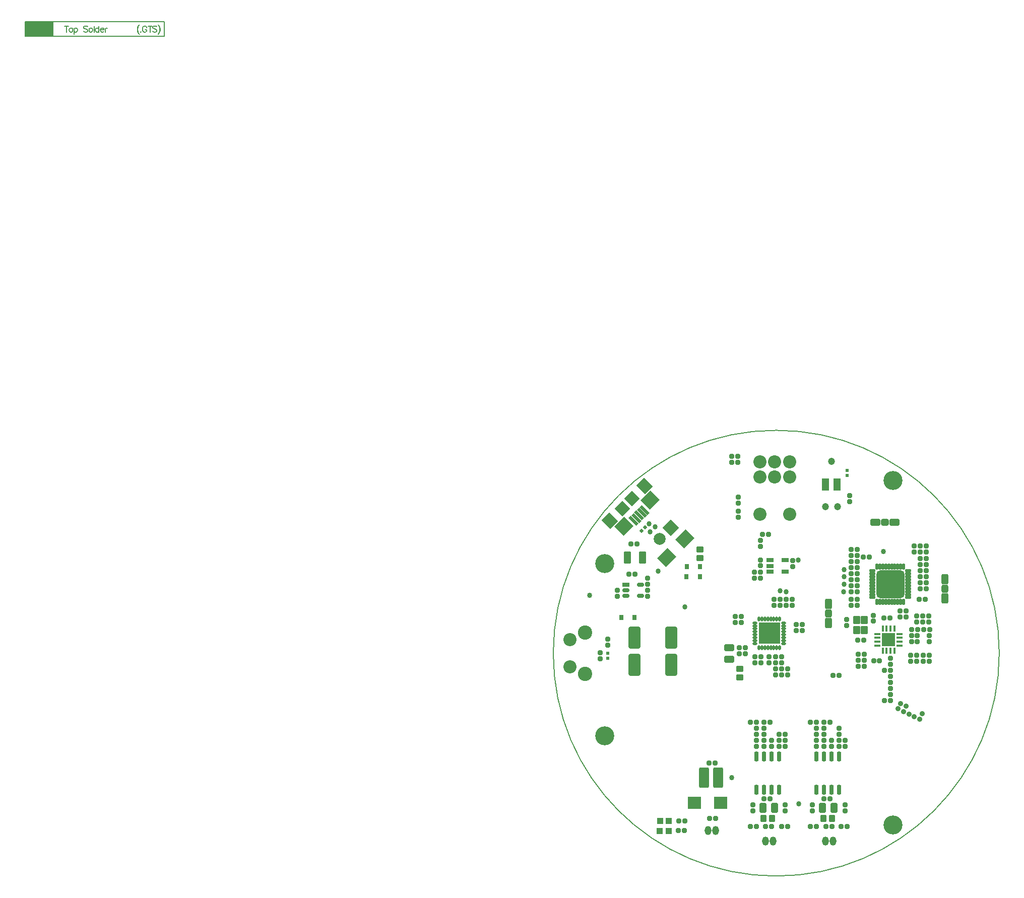
<source format=gts>
G04*
G04 #@! TF.GenerationSoftware,Altium Limited,Altium Designer,20.0.2 (26)*
G04*
G04 Layer_Color=24703*
%FSLAX25Y25*%
%MOIN*%
G70*
G01*
G75*
%ADD10C,0.00787*%
%ADD14C,0.00500*%
%ADD18R,0.19000X0.09500*%
%ADD44R,0.01378X0.04134*%
%ADD45R,0.04134X0.01378*%
G04:AMPARAMS|DCode=62|XSize=31.62mil|YSize=17.84mil|CornerRadius=5.23mil|HoleSize=0mil|Usage=FLASHONLY|Rotation=180.000|XOffset=0mil|YOffset=0mil|HoleType=Round|Shape=RoundedRectangle|*
%AMROUNDEDRECTD62*
21,1,0.03162,0.00738,0,0,180.0*
21,1,0.02116,0.01784,0,0,180.0*
1,1,0.01046,-0.01058,0.00369*
1,1,0.01046,0.01058,0.00369*
1,1,0.01046,0.01058,-0.00369*
1,1,0.01046,-0.01058,-0.00369*
%
%ADD62ROUNDEDRECTD62*%
G04:AMPARAMS|DCode=63|XSize=31.62mil|YSize=17.84mil|CornerRadius=5.23mil|HoleSize=0mil|Usage=FLASHONLY|Rotation=270.000|XOffset=0mil|YOffset=0mil|HoleType=Round|Shape=RoundedRectangle|*
%AMROUNDEDRECTD63*
21,1,0.03162,0.00738,0,0,270.0*
21,1,0.02116,0.01784,0,0,270.0*
1,1,0.01046,-0.00369,-0.01058*
1,1,0.01046,-0.00369,0.01058*
1,1,0.01046,0.00369,0.01058*
1,1,0.01046,0.00369,-0.01058*
%
%ADD63ROUNDEDRECTD63*%
G04:AMPARAMS|DCode=64|XSize=185.17mil|YSize=185.17mil|CornerRadius=26.15mil|HoleSize=0mil|Usage=FLASHONLY|Rotation=180.000|XOffset=0mil|YOffset=0mil|HoleType=Round|Shape=RoundedRectangle|*
%AMROUNDEDRECTD64*
21,1,0.18517,0.13287,0,0,180.0*
21,1,0.13287,0.18517,0,0,180.0*
1,1,0.05229,-0.06644,0.06644*
1,1,0.05229,0.06644,0.06644*
1,1,0.05229,0.06644,-0.06644*
1,1,0.05229,-0.06644,-0.06644*
%
%ADD64ROUNDEDRECTD64*%
G04:AMPARAMS|DCode=65|XSize=19.02mil|YSize=41.47mil|CornerRadius=5.38mil|HoleSize=0mil|Usage=FLASHONLY|Rotation=270.000|XOffset=0mil|YOffset=0mil|HoleType=Round|Shape=RoundedRectangle|*
%AMROUNDEDRECTD65*
21,1,0.01902,0.03071,0,0,270.0*
21,1,0.00827,0.04147,0,0,270.0*
1,1,0.01076,-0.01535,-0.00413*
1,1,0.01076,-0.01535,0.00413*
1,1,0.01076,0.01535,0.00413*
1,1,0.01076,0.01535,-0.00413*
%
%ADD65ROUNDEDRECTD65*%
G04:AMPARAMS|DCode=66|XSize=19.02mil|YSize=41.47mil|CornerRadius=5.38mil|HoleSize=0mil|Usage=FLASHONLY|Rotation=180.000|XOffset=0mil|YOffset=0mil|HoleType=Round|Shape=RoundedRectangle|*
%AMROUNDEDRECTD66*
21,1,0.01902,0.03071,0,0,180.0*
21,1,0.00827,0.04147,0,0,180.0*
1,1,0.01076,-0.00413,0.01535*
1,1,0.01076,0.00413,0.01535*
1,1,0.01076,0.00413,-0.01535*
1,1,0.01076,-0.00413,-0.01535*
%
%ADD66ROUNDEDRECTD66*%
G04:AMPARAMS|DCode=67|XSize=19.75mil|YSize=72.9mil|CornerRadius=0mil|HoleSize=0mil|Usage=FLASHONLY|Rotation=45.000|XOffset=0mil|YOffset=0mil|HoleType=Round|Shape=Rectangle|*
%AMROTATEDRECTD67*
4,1,4,0.01879,-0.03276,-0.03276,0.01879,-0.01879,0.03276,0.03276,-0.01879,0.01879,-0.03276,0.0*
%
%ADD67ROTATEDRECTD67*%

%ADD68P,0.10040X4X90.0*%
G04:AMPARAMS|DCode=69|XSize=70.99mil|YSize=82.8mil|CornerRadius=0mil|HoleSize=0mil|Usage=FLASHONLY|Rotation=45.000|XOffset=0mil|YOffset=0mil|HoleType=Round|Shape=Rectangle|*
%AMROTATEDRECTD69*
4,1,4,0.00418,-0.05438,-0.05438,0.00418,-0.00418,0.05438,0.05438,-0.00418,0.00418,-0.05438,0.0*
%
%ADD69ROTATEDRECTD69*%

G04:AMPARAMS|DCode=70|XSize=90.68mil|YSize=86.74mil|CornerRadius=0mil|HoleSize=0mil|Usage=FLASHONLY|Rotation=45.000|XOffset=0mil|YOffset=0mil|HoleType=Round|Shape=Rectangle|*
%AMROTATEDRECTD70*
4,1,4,-0.00139,-0.06273,-0.06273,-0.00139,0.00139,0.06273,0.06273,0.00139,-0.00139,-0.06273,0.0*
%
%ADD70ROTATEDRECTD70*%

G04:AMPARAMS|DCode=71|XSize=31.62mil|YSize=31.62mil|CornerRadius=6.95mil|HoleSize=0mil|Usage=FLASHONLY|Rotation=270.000|XOffset=0mil|YOffset=0mil|HoleType=Round|Shape=RoundedRectangle|*
%AMROUNDEDRECTD71*
21,1,0.03162,0.01772,0,0,270.0*
21,1,0.01772,0.03162,0,0,270.0*
1,1,0.01391,-0.00886,-0.00886*
1,1,0.01391,-0.00886,0.00886*
1,1,0.01391,0.00886,0.00886*
1,1,0.01391,0.00886,-0.00886*
%
%ADD71ROUNDEDRECTD71*%
%ADD72C,0.03400*%
%ADD73R,0.04737X0.03162*%
%ADD74R,0.04737X0.02572*%
%ADD75O,0.04737X0.02769*%
%ADD76O,0.04737X0.02769*%
%ADD77R,0.04737X0.02769*%
G04:AMPARAMS|DCode=78|XSize=64.57mil|YSize=29.13mil|CornerRadius=8.66mil|HoleSize=0mil|Usage=FLASHONLY|Rotation=270.000|XOffset=0mil|YOffset=0mil|HoleType=Round|Shape=RoundedRectangle|*
%AMROUNDEDRECTD78*
21,1,0.06457,0.01181,0,0,270.0*
21,1,0.04724,0.02913,0,0,270.0*
1,1,0.01732,-0.00591,-0.02362*
1,1,0.01732,-0.00591,0.02362*
1,1,0.01732,0.00591,0.02362*
1,1,0.01732,0.00591,-0.02362*
%
%ADD78ROUNDEDRECTD78*%
%ADD79R,0.02060X0.02217*%
%ADD80R,0.03032X0.03819*%
G04:AMPARAMS|DCode=81|XSize=51.31mil|YSize=43.43mil|CornerRadius=8.43mil|HoleSize=0mil|Usage=FLASHONLY|Rotation=90.000|XOffset=0mil|YOffset=0mil|HoleType=Round|Shape=RoundedRectangle|*
%AMROUNDEDRECTD81*
21,1,0.05131,0.02657,0,0,90.0*
21,1,0.03445,0.04343,0,0,90.0*
1,1,0.01686,0.01329,0.01722*
1,1,0.01686,0.01329,-0.01722*
1,1,0.01686,-0.01329,-0.01722*
1,1,0.01686,-0.01329,0.01722*
%
%ADD81ROUNDEDRECTD81*%
G04:AMPARAMS|DCode=82|XSize=67.06mil|YSize=43.43mil|CornerRadius=8.43mil|HoleSize=0mil|Usage=FLASHONLY|Rotation=90.000|XOffset=0mil|YOffset=0mil|HoleType=Round|Shape=RoundedRectangle|*
%AMROUNDEDRECTD82*
21,1,0.06706,0.02657,0,0,90.0*
21,1,0.05020,0.04343,0,0,90.0*
1,1,0.01686,0.01329,0.02510*
1,1,0.01686,0.01329,-0.02510*
1,1,0.01686,-0.01329,-0.02510*
1,1,0.01686,-0.01329,0.02510*
%
%ADD82ROUNDEDRECTD82*%
G04:AMPARAMS|DCode=83|XSize=78.87mil|YSize=145.8mil|CornerRadius=12.86mil|HoleSize=0mil|Usage=FLASHONLY|Rotation=180.000|XOffset=0mil|YOffset=0mil|HoleType=Round|Shape=RoundedRectangle|*
%AMROUNDEDRECTD83*
21,1,0.07887,0.12008,0,0,180.0*
21,1,0.05315,0.14580,0,0,180.0*
1,1,0.02572,-0.02657,0.06004*
1,1,0.02572,0.02657,0.06004*
1,1,0.02572,0.02657,-0.06004*
1,1,0.02572,-0.02657,-0.06004*
%
%ADD83ROUNDEDRECTD83*%
G04:AMPARAMS|DCode=84|XSize=31.62mil|YSize=31.62mil|CornerRadius=6.95mil|HoleSize=0mil|Usage=FLASHONLY|Rotation=0.000|XOffset=0mil|YOffset=0mil|HoleType=Round|Shape=RoundedRectangle|*
%AMROUNDEDRECTD84*
21,1,0.03162,0.01772,0,0,0.0*
21,1,0.01772,0.03162,0,0,0.0*
1,1,0.01391,0.00886,-0.00886*
1,1,0.01391,-0.00886,-0.00886*
1,1,0.01391,-0.00886,0.00886*
1,1,0.01391,0.00886,0.00886*
%
%ADD84ROUNDEDRECTD84*%
%ADD85R,0.08898X0.08898*%
%ADD86R,0.03950X0.03950*%
G04:AMPARAMS|DCode=87|XSize=39.5mil|YSize=47.37mil|CornerRadius=7.94mil|HoleSize=0mil|Usage=FLASHONLY|Rotation=180.000|XOffset=0mil|YOffset=0mil|HoleType=Round|Shape=RoundedRectangle|*
%AMROUNDEDRECTD87*
21,1,0.03950,0.03150,0,0,180.0*
21,1,0.02362,0.04737,0,0,180.0*
1,1,0.01587,-0.01181,0.01575*
1,1,0.01587,0.01181,0.01575*
1,1,0.01587,0.01181,-0.01575*
1,1,0.01587,-0.01181,-0.01575*
%
%ADD87ROUNDEDRECTD87*%
G04:AMPARAMS|DCode=88|XSize=55.24mil|YSize=47.37mil|CornerRadius=8.92mil|HoleSize=0mil|Usage=FLASHONLY|Rotation=270.000|XOffset=0mil|YOffset=0mil|HoleType=Round|Shape=RoundedRectangle|*
%AMROUNDEDRECTD88*
21,1,0.05524,0.02953,0,0,270.0*
21,1,0.03740,0.04737,0,0,270.0*
1,1,0.01784,-0.01476,-0.01870*
1,1,0.01784,-0.01476,0.01870*
1,1,0.01784,0.01476,0.01870*
1,1,0.01784,0.01476,-0.01870*
%
%ADD88ROUNDEDRECTD88*%
%ADD89R,0.09068X0.07887*%
%ADD90R,0.09068X0.07887*%
G04:AMPARAMS|DCode=91|XSize=94.61mil|YSize=82.8mil|CornerRadius=0mil|HoleSize=0mil|Usage=FLASHONLY|Rotation=225.000|XOffset=0mil|YOffset=0mil|HoleType=Round|Shape=Rectangle|*
%AMROTATEDRECTD91*
4,1,4,0.00418,0.06273,0.06273,0.00418,-0.00418,-0.06273,-0.06273,-0.00418,0.00418,0.06273,0.0*
%
%ADD91ROTATEDRECTD91*%

G04:AMPARAMS|DCode=92|XSize=67.06mil|YSize=135.95mil|CornerRadius=11.38mil|HoleSize=0mil|Usage=FLASHONLY|Rotation=180.000|XOffset=0mil|YOffset=0mil|HoleType=Round|Shape=RoundedRectangle|*
%AMROUNDEDRECTD92*
21,1,0.06706,0.11319,0,0,180.0*
21,1,0.04429,0.13595,0,0,180.0*
1,1,0.02276,-0.02215,0.05659*
1,1,0.02276,0.02215,0.05659*
1,1,0.02276,0.02215,-0.05659*
1,1,0.02276,-0.02215,-0.05659*
%
%ADD92ROUNDEDRECTD92*%
G04:AMPARAMS|DCode=93|XSize=49.34mil|YSize=78.87mil|CornerRadius=9.17mil|HoleSize=0mil|Usage=FLASHONLY|Rotation=180.000|XOffset=0mil|YOffset=0mil|HoleType=Round|Shape=RoundedRectangle|*
%AMROUNDEDRECTD93*
21,1,0.04934,0.06053,0,0,180.0*
21,1,0.03100,0.07887,0,0,180.0*
1,1,0.01834,-0.01550,0.03027*
1,1,0.01834,0.01550,0.03027*
1,1,0.01834,0.01550,-0.03027*
1,1,0.01834,-0.01550,-0.03027*
%
%ADD93ROUNDEDRECTD93*%
G04:AMPARAMS|DCode=94|XSize=45.4mil|YSize=65.09mil|CornerRadius=8.68mil|HoleSize=0mil|Usage=FLASHONLY|Rotation=90.000|XOffset=0mil|YOffset=0mil|HoleType=Round|Shape=RoundedRectangle|*
%AMROUNDEDRECTD94*
21,1,0.04540,0.04774,0,0,90.0*
21,1,0.02805,0.06509,0,0,90.0*
1,1,0.01735,0.02387,0.01403*
1,1,0.01735,0.02387,-0.01403*
1,1,0.01735,-0.02387,-0.01403*
1,1,0.01735,-0.02387,0.01403*
%
%ADD94ROUNDEDRECTD94*%
G04:AMPARAMS|DCode=95|XSize=39.5mil|YSize=47.37mil|CornerRadius=7.94mil|HoleSize=0mil|Usage=FLASHONLY|Rotation=270.000|XOffset=0mil|YOffset=0mil|HoleType=Round|Shape=RoundedRectangle|*
%AMROUNDEDRECTD95*
21,1,0.03950,0.03150,0,0,270.0*
21,1,0.02362,0.04737,0,0,270.0*
1,1,0.01587,-0.01575,-0.01181*
1,1,0.01587,-0.01575,0.01181*
1,1,0.01587,0.01575,0.01181*
1,1,0.01587,0.01575,-0.01181*
%
%ADD95ROUNDEDRECTD95*%
G04:AMPARAMS|DCode=96|XSize=51.31mil|YSize=43.43mil|CornerRadius=8.43mil|HoleSize=0mil|Usage=FLASHONLY|Rotation=180.000|XOffset=0mil|YOffset=0mil|HoleType=Round|Shape=RoundedRectangle|*
%AMROUNDEDRECTD96*
21,1,0.05131,0.02657,0,0,180.0*
21,1,0.03445,0.04343,0,0,180.0*
1,1,0.01686,-0.01722,0.01329*
1,1,0.01686,0.01722,0.01329*
1,1,0.01686,0.01722,-0.01329*
1,1,0.01686,-0.01722,-0.01329*
%
%ADD96ROUNDEDRECTD96*%
G04:AMPARAMS|DCode=97|XSize=67.06mil|YSize=43.43mil|CornerRadius=8.43mil|HoleSize=0mil|Usage=FLASHONLY|Rotation=180.000|XOffset=0mil|YOffset=0mil|HoleType=Round|Shape=RoundedRectangle|*
%AMROUNDEDRECTD97*
21,1,0.06706,0.02657,0,0,180.0*
21,1,0.05020,0.04343,0,0,180.0*
1,1,0.01686,-0.02510,0.01329*
1,1,0.01686,0.02510,0.01329*
1,1,0.01686,0.02510,-0.01329*
1,1,0.01686,-0.02510,-0.01329*
%
%ADD97ROUNDEDRECTD97*%
G04:AMPARAMS|DCode=98|XSize=31.62mil|YSize=31.62mil|CornerRadius=6.95mil|HoleSize=0mil|Usage=FLASHONLY|Rotation=65.000|XOffset=0mil|YOffset=0mil|HoleType=Round|Shape=RoundedRectangle|*
%AMROUNDEDRECTD98*
21,1,0.03162,0.01772,0,0,65.0*
21,1,0.01772,0.03162,0,0,65.0*
1,1,0.01391,0.01177,0.00429*
1,1,0.01391,0.00429,-0.01177*
1,1,0.01391,-0.01177,-0.00429*
1,1,0.01391,-0.00429,0.01177*
%
%ADD98ROUNDEDRECTD98*%
G04:AMPARAMS|DCode=99|XSize=45.4mil|YSize=65.09mil|CornerRadius=8.68mil|HoleSize=0mil|Usage=FLASHONLY|Rotation=180.000|XOffset=0mil|YOffset=0mil|HoleType=Round|Shape=RoundedRectangle|*
%AMROUNDEDRECTD99*
21,1,0.04540,0.04774,0,0,180.0*
21,1,0.02805,0.06509,0,0,180.0*
1,1,0.01735,-0.01403,0.02387*
1,1,0.01735,0.01403,0.02387*
1,1,0.01735,0.01403,-0.02387*
1,1,0.01735,-0.01403,-0.02387*
%
%ADD99ROUNDEDRECTD99*%
G04:AMPARAMS|DCode=100|XSize=31.62mil|YSize=31.62mil|CornerRadius=6.95mil|HoleSize=0mil|Usage=FLASHONLY|Rotation=155.000|XOffset=0mil|YOffset=0mil|HoleType=Round|Shape=RoundedRectangle|*
%AMROUNDEDRECTD100*
21,1,0.03162,0.01772,0,0,155.0*
21,1,0.01772,0.03162,0,0,155.0*
1,1,0.01391,-0.00429,0.01177*
1,1,0.01391,0.01177,0.00429*
1,1,0.01391,0.00429,-0.01177*
1,1,0.01391,-0.01177,-0.00429*
%
%ADD100ROUNDEDRECTD100*%
G04:AMPARAMS|DCode=101|XSize=22.17mil|YSize=20.6mil|CornerRadius=0mil|HoleSize=0mil|Usage=FLASHONLY|Rotation=45.000|XOffset=0mil|YOffset=0mil|HoleType=Round|Shape=Rectangle|*
%AMROTATEDRECTD101*
4,1,4,-0.00056,-0.01512,-0.01512,-0.00056,0.00056,0.01512,0.01512,0.00056,-0.00056,-0.01512,0.0*
%
%ADD101ROTATEDRECTD101*%

%ADD102R,0.14383X0.14383*%
%ADD103C,0.04737*%
%ADD104C,0.09461*%
%ADD105C,0.08674*%
%ADD106C,0.07887*%
%ADD107P,0.11153X4X270.0*%
%ADD108O,0.04343X0.05918*%
%ADD109C,0.12611*%
D10*
X-577346Y454728D02*
X-485346D01*
X-577346Y445228D02*
X-485346D01*
Y454728D01*
X-577346Y445228D02*
Y454728D01*
X67089Y36880D02*
G03*
X67089Y36880I-147500J0D01*
G01*
D14*
X-501688Y452689D02*
X-502069Y452308D01*
X-502450Y451737D01*
X-502831Y450975D01*
X-503021Y450023D01*
Y449261D01*
X-502831Y448309D01*
X-502450Y447547D01*
X-502069Y446976D01*
X-501688Y446595D01*
X-502069Y452308D02*
X-502450Y451547D01*
X-502640Y450975D01*
X-502831Y450023D01*
Y449261D01*
X-502640Y448309D01*
X-502450Y447738D01*
X-502069Y446976D01*
X-500736Y448309D02*
X-500926Y448119D01*
X-500736Y447928D01*
X-500546Y448119D01*
X-500736Y448309D01*
X-496813Y450975D02*
X-497003Y451356D01*
X-497384Y451737D01*
X-497765Y451927D01*
X-498527D01*
X-498908Y451737D01*
X-499289Y451356D01*
X-499479Y450975D01*
X-499670Y450404D01*
Y449452D01*
X-499479Y448880D01*
X-499289Y448500D01*
X-498908Y448119D01*
X-498527Y447928D01*
X-497765D01*
X-497384Y448119D01*
X-497003Y448500D01*
X-496813Y448880D01*
Y449452D01*
X-497765D02*
X-496813D01*
X-494566Y451927D02*
Y447928D01*
X-495899Y451927D02*
X-493233D01*
X-490091Y451356D02*
X-490472Y451737D01*
X-491043Y451927D01*
X-491805D01*
X-492376Y451737D01*
X-492757Y451356D01*
Y450975D01*
X-492566Y450594D01*
X-492376Y450404D01*
X-491995Y450213D01*
X-490852Y449833D01*
X-490472Y449642D01*
X-490281Y449452D01*
X-490091Y449071D01*
Y448500D01*
X-490472Y448119D01*
X-491043Y447928D01*
X-491805D01*
X-492376Y448119D01*
X-492757Y448500D01*
X-489196Y452689D02*
X-488815Y452308D01*
X-488434Y451737D01*
X-488053Y450975D01*
X-487862Y450023D01*
Y449261D01*
X-488053Y448309D01*
X-488434Y447547D01*
X-488815Y446976D01*
X-489196Y446595D01*
X-488815Y452308D02*
X-488434Y451547D01*
X-488243Y450975D01*
X-488053Y450023D01*
Y449261D01*
X-488243Y448309D01*
X-488434Y447738D01*
X-488815Y446976D01*
X-550013Y451927D02*
Y447928D01*
X-551346Y451927D02*
X-548680D01*
X-547252Y450594D02*
X-547632Y450404D01*
X-548013Y450023D01*
X-548204Y449452D01*
Y449071D01*
X-548013Y448500D01*
X-547632Y448119D01*
X-547252Y447928D01*
X-546680D01*
X-546299Y448119D01*
X-545919Y448500D01*
X-545728Y449071D01*
Y449452D01*
X-545919Y450023D01*
X-546299Y450404D01*
X-546680Y450594D01*
X-547252D01*
X-544852D02*
Y446595D01*
Y450023D02*
X-544471Y450404D01*
X-544090Y450594D01*
X-543519D01*
X-543138Y450404D01*
X-542757Y450023D01*
X-542567Y449452D01*
Y449071D01*
X-542757Y448500D01*
X-543138Y448119D01*
X-543519Y447928D01*
X-544090D01*
X-544471Y448119D01*
X-544852Y448500D01*
X-535902Y451356D02*
X-536282Y451737D01*
X-536854Y451927D01*
X-537615D01*
X-538187Y451737D01*
X-538568Y451356D01*
Y450975D01*
X-538377Y450594D01*
X-538187Y450404D01*
X-537806Y450213D01*
X-536663Y449833D01*
X-536282Y449642D01*
X-536092Y449452D01*
X-535902Y449071D01*
Y448500D01*
X-536282Y448119D01*
X-536854Y447928D01*
X-537615D01*
X-538187Y448119D01*
X-538568Y448500D01*
X-534054Y450594D02*
X-534435Y450404D01*
X-534816Y450023D01*
X-535007Y449452D01*
Y449071D01*
X-534816Y448500D01*
X-534435Y448119D01*
X-534054Y447928D01*
X-533483D01*
X-533102Y448119D01*
X-532721Y448500D01*
X-532531Y449071D01*
Y449452D01*
X-532721Y450023D01*
X-533102Y450404D01*
X-533483Y450594D01*
X-534054D01*
X-531655Y451927D02*
Y447928D01*
X-528532Y451927D02*
Y447928D01*
Y450023D02*
X-528913Y450404D01*
X-529293Y450594D01*
X-529865D01*
X-530246Y450404D01*
X-530626Y450023D01*
X-530817Y449452D01*
Y449071D01*
X-530626Y448500D01*
X-530246Y448119D01*
X-529865Y447928D01*
X-529293D01*
X-528913Y448119D01*
X-528532Y448500D01*
X-527465Y449452D02*
X-525180D01*
Y449833D01*
X-525371Y450213D01*
X-525561Y450404D01*
X-525942Y450594D01*
X-526513D01*
X-526894Y450404D01*
X-527275Y450023D01*
X-527465Y449452D01*
Y449071D01*
X-527275Y448500D01*
X-526894Y448119D01*
X-526513Y447928D01*
X-525942D01*
X-525561Y448119D01*
X-525180Y448500D01*
X-524323Y450594D02*
Y447928D01*
Y449452D02*
X-524133Y450023D01*
X-523752Y450404D01*
X-523371Y450594D01*
X-522800D01*
D18*
X-567846Y449978D02*
D03*
D44*
X-2266Y53047D02*
D03*
X-4825D02*
D03*
X-7384D02*
D03*
X-9943D02*
D03*
Y38480D02*
D03*
X-7384D02*
D03*
X-4825D02*
D03*
X-2266D02*
D03*
D45*
X-13388Y49602D02*
D03*
Y47043D02*
D03*
Y44484D02*
D03*
Y41925D02*
D03*
X1179D02*
D03*
Y44484D02*
D03*
Y47043D02*
D03*
Y49602D02*
D03*
D62*
X-75545Y43160D02*
D03*
Y45129D02*
D03*
Y47097D02*
D03*
Y49066D02*
D03*
Y51034D02*
D03*
Y53003D02*
D03*
Y54971D02*
D03*
Y56940D02*
D03*
X-94442Y43160D02*
D03*
Y56940D02*
D03*
Y54971D02*
D03*
Y53003D02*
D03*
Y51034D02*
D03*
Y49066D02*
D03*
Y47097D02*
D03*
Y45129D02*
D03*
D63*
X-80072Y40601D02*
D03*
X-82041D02*
D03*
X-84009Y40601D02*
D03*
X-85978D02*
D03*
X-87946Y40601D02*
D03*
X-89915D02*
D03*
X-91883D02*
D03*
X-78104D02*
D03*
X-91883Y59499D02*
D03*
X-89915D02*
D03*
X-87946D02*
D03*
X-85978Y59499D02*
D03*
X-84009D02*
D03*
X-82041Y59499D02*
D03*
X-80072D02*
D03*
X-78104D02*
D03*
D64*
X-4993Y82550D02*
D03*
D65*
X-16706Y91408D02*
D03*
Y89439D02*
D03*
Y87471D02*
D03*
Y85502D02*
D03*
Y83534D02*
D03*
Y81565D02*
D03*
Y79597D02*
D03*
Y77628D02*
D03*
Y75660D02*
D03*
Y73691D02*
D03*
X6719Y91408D02*
D03*
Y73691D02*
D03*
Y75660D02*
D03*
Y77628D02*
D03*
Y79597D02*
D03*
Y81565D02*
D03*
Y83534D02*
D03*
Y85502D02*
D03*
Y87471D02*
D03*
Y89439D02*
D03*
D66*
X1896Y70837D02*
D03*
X-72D02*
D03*
X-2041D02*
D03*
X-4009D02*
D03*
X-5978D02*
D03*
X-7946D02*
D03*
X-9915D02*
D03*
X-11883D02*
D03*
X-13852D02*
D03*
X3865D02*
D03*
X-13852Y94262D02*
D03*
X-11883D02*
D03*
X-9915D02*
D03*
X-7946D02*
D03*
X-5978D02*
D03*
X-4009D02*
D03*
X-2041D02*
D03*
X-72D02*
D03*
X1896D02*
D03*
X3865D02*
D03*
D67*
X-174734Y124399D02*
D03*
X-172925Y126208D02*
D03*
X-167496Y131637D02*
D03*
X-169306Y129827D02*
D03*
X-171115Y128018D02*
D03*
D68*
X-182092Y132630D02*
D03*
X-175709Y139014D02*
D03*
D69*
X-190533Y124607D02*
D03*
X-167705Y147435D02*
D03*
D70*
X-181207Y120849D02*
D03*
X-163947Y138109D02*
D03*
D71*
X-109962Y167050D02*
D03*
X-106025D02*
D03*
X-8813Y5379D02*
D03*
X-4876D02*
D03*
X-85525Y115550D02*
D03*
X-89462Y115550D02*
D03*
X17057Y52535D02*
D03*
X20994D02*
D03*
X-30931Y97550D02*
D03*
X-26994D02*
D03*
X-30962Y77550D02*
D03*
X-27025D02*
D03*
X-30962Y81550D02*
D03*
X-27025D02*
D03*
X-30962Y85550D02*
D03*
X-27025D02*
D03*
X-30962Y89550D02*
D03*
X-27025D02*
D03*
X-35025Y-20950D02*
D03*
X-38962Y-20950D02*
D03*
X-176462Y109050D02*
D03*
X-172525D02*
D03*
X-38962Y-24950D02*
D03*
X-35025D02*
D03*
X-70025Y72550D02*
D03*
X-73962D02*
D03*
X-81962D02*
D03*
X-78025D02*
D03*
X-78462Y-24950D02*
D03*
X-74525Y-24950D02*
D03*
X-78462Y-16950D02*
D03*
X-74525Y-16950D02*
D03*
X-74525Y-20950D02*
D03*
X-78462D02*
D03*
X-76962Y22550D02*
D03*
X-73025Y22550D02*
D03*
X-144811Y-74187D02*
D03*
X-140874D02*
D03*
X-141129Y-80637D02*
D03*
X-145066D02*
D03*
X20475Y57550D02*
D03*
X16538D02*
D03*
X20475Y61550D02*
D03*
X16538D02*
D03*
X-177962Y89050D02*
D03*
X-174025Y89050D02*
D03*
X-94944Y90639D02*
D03*
X-91007D02*
D03*
X14743Y83351D02*
D03*
X18680D02*
D03*
Y91433D02*
D03*
X14743D02*
D03*
X9038Y52550D02*
D03*
X12975D02*
D03*
X-120866Y-35827D02*
D03*
X-124803D02*
D03*
X-124409Y-72441D02*
D03*
X-120472D02*
D03*
X-54025Y-8950D02*
D03*
X-57962D02*
D03*
X-47462Y-77950D02*
D03*
X-43525D02*
D03*
X-54025Y-77950D02*
D03*
X-57962D02*
D03*
X-33525D02*
D03*
X-37462D02*
D03*
X-45025Y-8950D02*
D03*
X-48962D02*
D03*
X-45025Y-59450D02*
D03*
X-48962D02*
D03*
X-109962Y163050D02*
D03*
X-106025D02*
D03*
X-70025Y68550D02*
D03*
X-73962Y68550D02*
D03*
X-78025D02*
D03*
X-81962Y68550D02*
D03*
X-67163Y55682D02*
D03*
X-63226D02*
D03*
X-93525Y-8950D02*
D03*
X-97462D02*
D03*
X-93525Y-77950D02*
D03*
X-97462Y-77950D02*
D03*
X-90525Y30550D02*
D03*
X-94462Y30550D02*
D03*
X-76962Y-77950D02*
D03*
X-73025D02*
D03*
X-84525Y-8950D02*
D03*
X-88462D02*
D03*
X-73025Y26550D02*
D03*
X-76962D02*
D03*
X-84525Y-59450D02*
D03*
X-88462Y-59450D02*
D03*
X-90525Y34550D02*
D03*
X-94462D02*
D03*
X-26586Y45660D02*
D03*
X-22649D02*
D03*
X14743Y95564D02*
D03*
X18680D02*
D03*
X-16036Y31836D02*
D03*
X-12098D02*
D03*
X8966Y48586D02*
D03*
X12903D02*
D03*
X14038Y72550D02*
D03*
X17975D02*
D03*
X-30962Y68550D02*
D03*
X-27025D02*
D03*
Y72550D02*
D03*
X-30962D02*
D03*
Y93550D02*
D03*
X-27025D02*
D03*
X-19025Y100550D02*
D03*
X-22962D02*
D03*
X18680Y87362D02*
D03*
X14743D02*
D03*
Y99564D02*
D03*
X18680D02*
D03*
X-94944Y86639D02*
D03*
X-91007Y86639D02*
D03*
X-63253Y51738D02*
D03*
X-67190D02*
D03*
X-87462Y-77950D02*
D03*
X-83525D02*
D03*
X18680Y79441D02*
D03*
X14743D02*
D03*
X-42962Y22050D02*
D03*
X-39025D02*
D03*
X-4881Y25390D02*
D03*
X-8818D02*
D03*
X-9115Y60239D02*
D03*
X-5178D02*
D03*
X-26105Y36315D02*
D03*
X-22168D02*
D03*
X8982Y44630D02*
D03*
X12919D02*
D03*
X-22168Y28257D02*
D03*
X-26105D02*
D03*
X-26105Y32269D02*
D03*
X-22168D02*
D03*
D72*
X-140993Y67550D02*
D03*
X-77994Y78050D02*
D03*
X-9702Y104085D02*
D03*
X-35489Y82408D02*
D03*
X-35507Y87619D02*
D03*
X-35473Y92301D02*
D03*
X-65494Y-62950D02*
D03*
X-35879Y77550D02*
D03*
X-73993Y77550D02*
D03*
X-158612Y91050D02*
D03*
X-203994Y75050D02*
D03*
X-164494Y122550D02*
D03*
X-109843Y-45669D02*
D03*
X-65993Y98379D02*
D03*
X-163994Y117050D02*
D03*
X-160494Y120550D02*
D03*
D73*
X-84397Y98379D02*
D03*
Y94639D02*
D03*
Y90899D02*
D03*
X-74555Y98379D02*
D03*
X-74555Y90899D02*
D03*
D74*
X-40253Y151109D02*
D03*
X-40253Y148550D02*
D03*
X-40253Y145991D02*
D03*
X-47734Y145991D02*
D03*
Y148550D02*
D03*
Y151109D02*
D03*
D75*
X-170269Y82290D02*
D03*
X-170269Y74810D02*
D03*
D76*
X-179718Y78550D02*
D03*
X-179718Y74810D02*
D03*
D77*
X-179718Y82290D02*
D03*
D78*
X-93493Y-53474D02*
D03*
X-88494Y-53474D02*
D03*
X-83494D02*
D03*
X-78493Y-53474D02*
D03*
X-93493Y-31427D02*
D03*
X-88494Y-31427D02*
D03*
X-83494D02*
D03*
X-78493Y-31427D02*
D03*
X-38993D02*
D03*
X-43993Y-31427D02*
D03*
X-48994D02*
D03*
X-53993Y-31427D02*
D03*
X-38993Y-53474D02*
D03*
X-43993Y-53474D02*
D03*
X-48994D02*
D03*
X-53993Y-53474D02*
D03*
D79*
X-191793Y33650D02*
D03*
Y36957D02*
D03*
X-33494Y154396D02*
D03*
Y157703D02*
D03*
D80*
X-130892Y94036D02*
D03*
X-139672D02*
D03*
X-174104Y60550D02*
D03*
X-182883D02*
D03*
X-139766Y87585D02*
D03*
X-130986D02*
D03*
D81*
X-45994Y63050D02*
D03*
X31007Y79550D02*
D03*
D82*
X-45994Y69349D02*
D03*
Y56751D02*
D03*
X31007Y73251D02*
D03*
Y85849D02*
D03*
D83*
X-149789Y47050D02*
D03*
X-174198D02*
D03*
X-149789Y29050D02*
D03*
X-174198D02*
D03*
D84*
X-85257Y34493D02*
D03*
Y30556D02*
D03*
X-4856Y9491D02*
D03*
Y13428D02*
D03*
X18676Y107916D02*
D03*
Y103980D02*
D03*
X12506Y57581D02*
D03*
Y61518D02*
D03*
X-56494Y-67419D02*
D03*
X-56494Y-63482D02*
D03*
X-38993Y-16919D02*
D03*
Y-12982D02*
D03*
X-53993Y-20982D02*
D03*
Y-24919D02*
D03*
X-34993Y-67419D02*
D03*
X-34993Y-63482D02*
D03*
X-48994Y-20982D02*
D03*
Y-24919D02*
D03*
X-90993Y107581D02*
D03*
Y111518D02*
D03*
X-95994Y-67419D02*
D03*
Y-63482D02*
D03*
X-93493Y-20982D02*
D03*
Y-24919D02*
D03*
X-74493Y-67419D02*
D03*
Y-63482D02*
D03*
X-88494Y-20982D02*
D03*
Y-24919D02*
D03*
X-80972Y26584D02*
D03*
Y22647D02*
D03*
X-191845Y42078D02*
D03*
Y46015D02*
D03*
X-30962Y101581D02*
D03*
Y105518D02*
D03*
X-165494Y82581D02*
D03*
X-165494Y86518D02*
D03*
X-4843Y17451D02*
D03*
Y21388D02*
D03*
X-4918Y29453D02*
D03*
Y33390D02*
D03*
X14676Y107916D02*
D03*
Y103980D02*
D03*
X-185494Y74581D02*
D03*
Y78518D02*
D03*
X-165494Y78518D02*
D03*
Y74581D02*
D03*
X-43993Y-20982D02*
D03*
Y-24919D02*
D03*
X-48994Y-12982D02*
D03*
Y-16919D02*
D03*
X-83494Y-24919D02*
D03*
X-83494Y-20982D02*
D03*
X-104993Y36581D02*
D03*
Y40518D02*
D03*
X-76994Y34518D02*
D03*
X-76994Y30581D02*
D03*
X-107493Y61018D02*
D03*
Y57081D02*
D03*
X-93493Y-16919D02*
D03*
Y-12982D02*
D03*
X-103493Y61018D02*
D03*
Y57081D02*
D03*
X-100994Y36581D02*
D03*
Y40518D02*
D03*
X-33994Y55081D02*
D03*
X-33994Y59018D02*
D03*
X-26962Y105518D02*
D03*
Y101581D02*
D03*
X12580Y35535D02*
D03*
Y31598D02*
D03*
X20859Y35535D02*
D03*
Y31598D02*
D03*
X1507Y60985D02*
D03*
Y64922D02*
D03*
X5506Y64922D02*
D03*
Y60985D02*
D03*
X-16048Y61974D02*
D03*
Y58037D02*
D03*
X-69476Y98108D02*
D03*
X-69476Y94171D02*
D03*
X-90976Y98608D02*
D03*
Y94671D02*
D03*
X10676Y107916D02*
D03*
Y103980D02*
D03*
X8425Y31598D02*
D03*
Y35535D02*
D03*
X-105512Y136221D02*
D03*
Y140157D02*
D03*
X-80993Y34518D02*
D03*
Y30581D02*
D03*
X-88494Y-12982D02*
D03*
Y-16919D02*
D03*
X-196994Y37018D02*
D03*
Y33081D02*
D03*
X-53993Y-12982D02*
D03*
Y-16919D02*
D03*
X-31993Y137081D02*
D03*
Y141018D02*
D03*
X-105512Y130709D02*
D03*
Y126772D02*
D03*
X16790Y31598D02*
D03*
Y35535D02*
D03*
X20882Y44491D02*
D03*
Y48428D02*
D03*
D85*
X-6105Y45763D02*
D03*
D86*
X-157292Y-74198D02*
D03*
X-151388Y-74198D02*
D03*
X-151481Y-80710D02*
D03*
X-157385Y-80710D02*
D03*
D87*
X-43639Y-72450D02*
D03*
X-49348D02*
D03*
X-88848D02*
D03*
X-83139D02*
D03*
D88*
X-27261Y58892D02*
D03*
X-22143D02*
D03*
X-27261Y52199D02*
D03*
X-22143D02*
D03*
D89*
X-117323Y-62205D02*
D03*
D90*
X-134646D02*
D03*
D91*
X-140735Y112514D02*
D03*
X-152984Y100265D02*
D03*
D92*
X-118898Y-45669D02*
D03*
X-128347D02*
D03*
D93*
X-168974Y100050D02*
D03*
X-179013D02*
D03*
D94*
X-111494Y32711D02*
D03*
Y40388D02*
D03*
D95*
X-104493Y26404D02*
D03*
Y20695D02*
D03*
X-130964Y99712D02*
D03*
Y105421D02*
D03*
D96*
X-8494Y123550D02*
D03*
D97*
X-14793D02*
D03*
X-2194D02*
D03*
D98*
X10958Y-5207D02*
D03*
X7390Y-3543D02*
D03*
D99*
X-49832Y-65450D02*
D03*
X-42155D02*
D03*
X-89332D02*
D03*
X-81655D02*
D03*
D100*
X14603Y-6897D02*
D03*
X16267Y-3329D02*
D03*
X5404Y1825D02*
D03*
X3740Y-1743D02*
D03*
X1664Y3568D02*
D03*
X0Y0D02*
D03*
D101*
X-169663Y117880D02*
D03*
X-167324Y120219D02*
D03*
D102*
X-84993Y50050D02*
D03*
D103*
X-43882Y163885D02*
D03*
X-39882Y133885D02*
D03*
X-47882D02*
D03*
D104*
X-206875Y23046D02*
D03*
X-206875Y50605D02*
D03*
D105*
X-216915Y27968D02*
D03*
X-216915Y45684D02*
D03*
X-71553Y128996D02*
D03*
X-91238D02*
D03*
X-81395Y163444D02*
D03*
X-71553D02*
D03*
X-91238D02*
D03*
X-71553Y153602D02*
D03*
X-81395D02*
D03*
X-91238D02*
D03*
D106*
X-157413Y112624D02*
D03*
D107*
X-150342Y119695D02*
D03*
D108*
X-120533Y-80667D02*
D03*
X-125454D02*
D03*
X-82533Y-87450D02*
D03*
X-87454D02*
D03*
X-47954D02*
D03*
X-43033D02*
D03*
D109*
X-3246Y-76899D02*
D03*
X-193993Y-17950D02*
D03*
Y96223D02*
D03*
X-3246Y151251D02*
D03*
M02*

</source>
